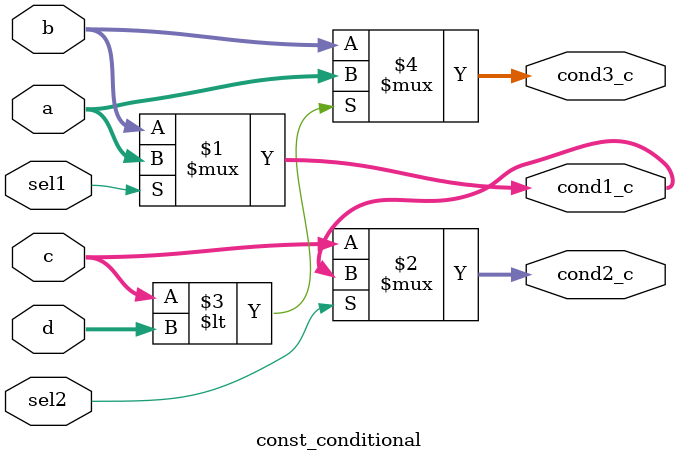
<source format=sv>


module const_conditional (
    input  wire [7:0] a,
    input  wire [7:0] b,
    input  wire [7:0] c,
    input  wire [7:0] d,
    input  wire       sel1,
    input  wire       sel2,
    output wire [7:0] cond1_c,  // sel1 ? a : b
    output wire [7:0] cond2_c,  // sel2 ? (sel1 ? a : b) : c
    output wire [7:0] cond3_c   // (signed c < signed d) ? a : b
);
    assign cond1_c = sel1 ? a : b;
    assign cond2_c = sel2 ? cond1_c : c;
    assign cond3_c = ($signed(c) < $signed(d)) ? a : b;
endmodule

</source>
